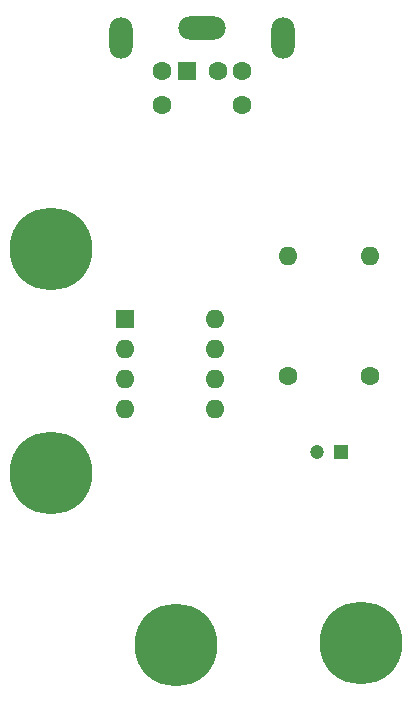
<source format=gbr>
%TF.GenerationSoftware,KiCad,Pcbnew,8.0.4*%
%TF.CreationDate,2024-09-08T08:45:51+02:00*%
%TF.ProjectId,Lichtschranke-M,4c696368-7473-4636-9872-616e6b652d4d,rev?*%
%TF.SameCoordinates,Original*%
%TF.FileFunction,Soldermask,Bot*%
%TF.FilePolarity,Negative*%
%FSLAX46Y46*%
G04 Gerber Fmt 4.6, Leading zero omitted, Abs format (unit mm)*
G04 Created by KiCad (PCBNEW 8.0.4) date 2024-09-08 08:45:51*
%MOMM*%
%LPD*%
G01*
G04 APERTURE LIST*
%ADD10R,1.600000X1.600000*%
%ADD11C,1.600000*%
%ADD12O,2.000000X3.500000*%
%ADD13O,4.000000X2.000000*%
%ADD14O,1.600000X1.600000*%
%ADD15R,1.200000X1.200000*%
%ADD16C,1.200000*%
%ADD17C,7.000000*%
G04 APERTURE END LIST*
D10*
%TO.C,J1*%
X143500000Y-55500000D03*
D11*
X146100000Y-55500000D03*
X141400000Y-55500000D03*
X148200000Y-55500000D03*
X141400000Y-58300000D03*
X148200000Y-58300000D03*
D12*
X151650000Y-52650000D03*
D13*
X144800000Y-51850000D03*
D12*
X137950000Y-52650000D03*
%TD*%
D11*
%TO.C,R1*%
X152030000Y-81310000D03*
D14*
X152030000Y-71150000D03*
%TD*%
D15*
%TO.C,C2*%
X156520000Y-87730000D03*
D16*
X154520000Y-87730000D03*
%TD*%
D17*
%TO.C,J3*%
X132000000Y-89500000D03*
%TD*%
D11*
%TO.C,R2*%
X159030000Y-81310000D03*
D14*
X159030000Y-71150000D03*
%TD*%
D17*
%TO.C,J5*%
X158200000Y-103900000D03*
%TD*%
%TO.C,J2*%
X132000000Y-70500000D03*
%TD*%
%TO.C,J4*%
X142570000Y-104050000D03*
%TD*%
D10*
%TO.C,U1*%
X138230000Y-76430000D03*
D14*
X138230000Y-78970000D03*
X138230000Y-81510000D03*
X138230000Y-84050000D03*
X145850000Y-84050000D03*
X145850000Y-81510000D03*
X145850000Y-78970000D03*
X145850000Y-76430000D03*
%TD*%
M02*

</source>
